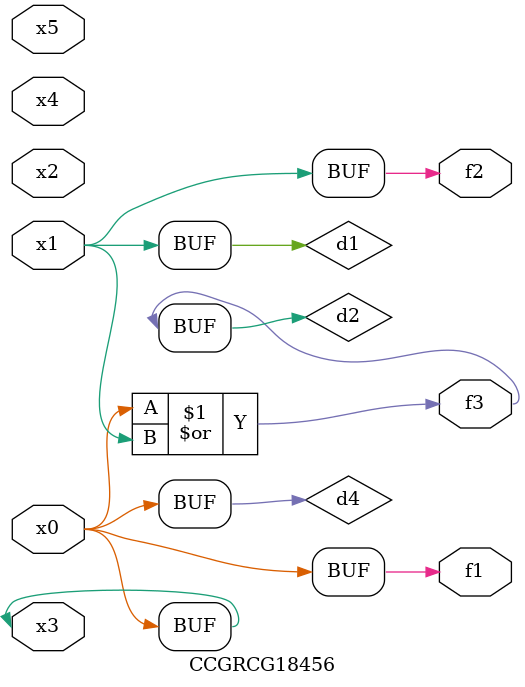
<source format=v>
module CCGRCG18456(
	input x0, x1, x2, x3, x4, x5,
	output f1, f2, f3
);

	wire d1, d2, d3, d4;

	and (d1, x1);
	or (d2, x0, x1);
	nand (d3, x0, x5);
	buf (d4, x0, x3);
	assign f1 = d4;
	assign f2 = d1;
	assign f3 = d2;
endmodule

</source>
